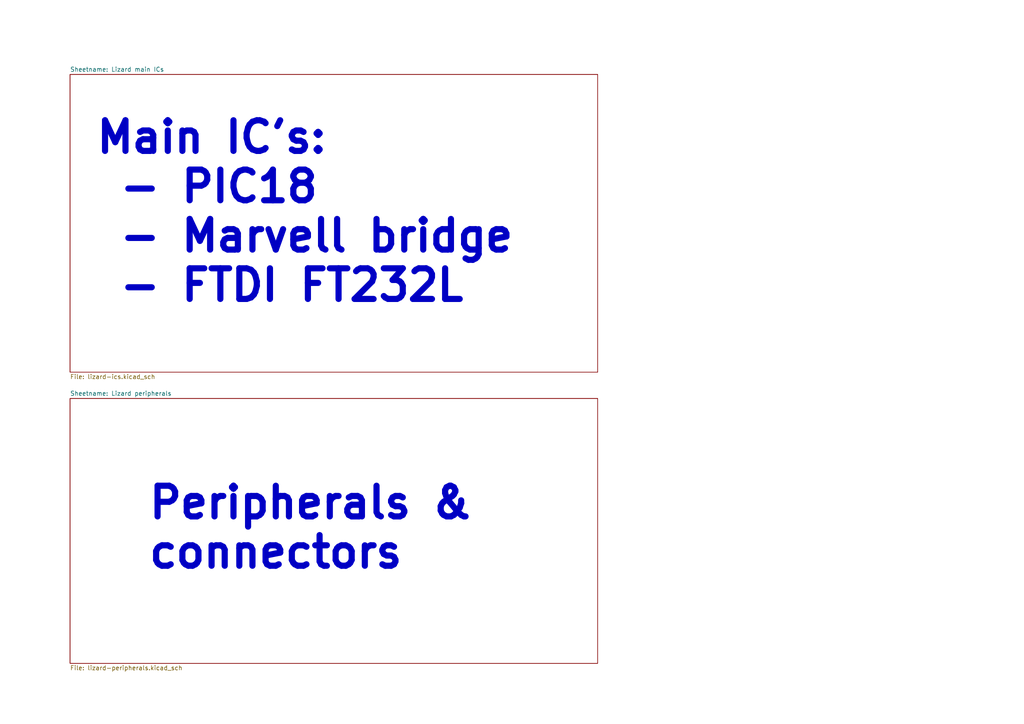
<source format=kicad_sch>
(kicad_sch
	(version 20250114)
	(generator "eeschema")
	(generator_version "9.0")
	(uuid "17387baa-9fb0-427f-95c0-6cd4fb8b3f4a")
	(paper "A4")
	(lib_symbols)
	(text "Peripherals & \nconnectors"
		(exclude_from_sim no)
		(at 42.418 153.162 0)
		(effects
			(font
				(size 8.89 8.89)
				(thickness 1.778)
				(bold yes)
			)
			(justify left)
		)
		(uuid "a3205b2d-bf2c-48b8-9f57-340c6370f862")
	)
	(text "Main IC's:\n - PIC18\n - Marvell bridge\n - FTDI FT232L"
		(exclude_from_sim no)
		(at 27.178 61.468 0)
		(effects
			(font
				(size 8.89 8.89)
				(thickness 1.778)
				(bold yes)
			)
			(justify left)
		)
		(uuid "fc8fcb8a-0745-4847-bbb1-87e210f6e71e")
	)
	(sheet
		(at 20.32 115.57)
		(size 153.035 76.835)
		(exclude_from_sim no)
		(in_bom yes)
		(on_board yes)
		(dnp no)
		(fields_autoplaced yes)
		(stroke
			(width 0.1524)
			(type solid)
		)
		(fill
			(color 0 0 0 0.0000)
		)
		(uuid "b97f4c0a-7cfd-408d-b1f8-7c5ebb640c0d")
		(property "Sheetname" "Lizard peripherals"
			(at 20.32 114.8584 0)
			(show_name yes)
			(effects
				(font
					(size 1.27 1.27)
				)
				(justify left bottom)
			)
		)
		(property "Sheetfile" "lizard-peripherals.kicad_sch"
			(at 20.32 192.9896 0)
			(effects
				(font
					(size 1.27 1.27)
				)
				(justify left top)
			)
		)
		(instances
			(project "lizard"
				(path "/17387baa-9fb0-427f-95c0-6cd4fb8b3f4a"
					(page "3")
				)
			)
		)
	)
	(sheet
		(at 20.32 21.59)
		(size 153.035 86.36)
		(exclude_from_sim no)
		(in_bom yes)
		(on_board yes)
		(dnp no)
		(fields_autoplaced yes)
		(stroke
			(width 0.1524)
			(type solid)
		)
		(fill
			(color 0 0 0 0.0000)
		)
		(uuid "d17311bd-b8c9-4176-aa64-f3deb961a9b8")
		(property "Sheetname" "Lizard main ICs"
			(at 20.32 20.8784 0)
			(show_name yes)
			(effects
				(font
					(size 1.27 1.27)
				)
				(justify left bottom)
			)
		)
		(property "Sheetfile" "lizard-ics.kicad_sch"
			(at 20.32 108.5346 0)
			(effects
				(font
					(size 1.27 1.27)
				)
				(justify left top)
			)
		)
		(instances
			(project "lizard"
				(path "/17387baa-9fb0-427f-95c0-6cd4fb8b3f4a"
					(page "2")
				)
			)
		)
	)
	(sheet_instances
		(path "/"
			(page "1")
		)
	)
	(embedded_fonts no)
)

</source>
